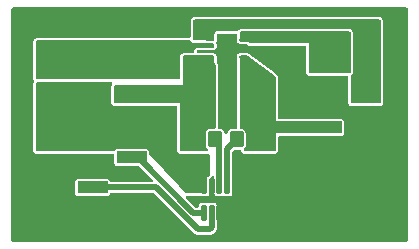
<source format=gbr>
%TF.GenerationSoftware,KiCad,Pcbnew,9.0.0-rc1-104-g6c47f32ccf*%
%TF.CreationDate,2025-01-02T15:16:23+01:00*%
%TF.ProjectId,breakoutpcbs,62726561-6b6f-4757-9470-6362732e6b69,rev?*%
%TF.SameCoordinates,PX6d3f490PY48ab840*%
%TF.FileFunction,Copper,L1,Top*%
%TF.FilePolarity,Positive*%
%FSLAX46Y46*%
G04 Gerber Fmt 4.6, Leading zero omitted, Abs format (unit mm)*
G04 Created by KiCad (PCBNEW 9.0.0-rc1-104-g6c47f32ccf) date 2025-01-02 15:16:23*
%MOMM*%
%LPD*%
G01*
G04 APERTURE LIST*
G04 Aperture macros list*
%AMRoundRect*
0 Rectangle with rounded corners*
0 $1 Rounding radius*
0 $2 $3 $4 $5 $6 $7 $8 $9 X,Y pos of 4 corners*
0 Add a 4 corners polygon primitive as box body*
4,1,4,$2,$3,$4,$5,$6,$7,$8,$9,$2,$3,0*
0 Add four circle primitives for the rounded corners*
1,1,$1+$1,$2,$3*
1,1,$1+$1,$4,$5*
1,1,$1+$1,$6,$7*
1,1,$1+$1,$8,$9*
0 Add four rect primitives between the rounded corners*
20,1,$1+$1,$2,$3,$4,$5,0*
20,1,$1+$1,$4,$5,$6,$7,0*
20,1,$1+$1,$6,$7,$8,$9,0*
20,1,$1+$1,$8,$9,$2,$3,0*%
G04 Aperture macros list end*
%TA.AperFunction,SMDPad,CuDef*%
%ADD10RoundRect,0.250000X0.350000X0.450000X-0.350000X0.450000X-0.350000X-0.450000X0.350000X-0.450000X0*%
%TD*%
%TA.AperFunction,SMDPad,CuDef*%
%ADD11RoundRect,0.249999X-0.450001X-1.425001X0.450001X-1.425001X0.450001X1.425001X-0.450001X1.425001X0*%
%TD*%
%TA.AperFunction,SMDPad,CuDef*%
%ADD12RoundRect,0.250000X-0.350000X-0.450000X0.350000X-0.450000X0.350000X0.450000X-0.350000X0.450000X0*%
%TD*%
%TA.AperFunction,SMDPad,CuDef*%
%ADD13R,2.510000X1.000000*%
%TD*%
%TA.AperFunction,SMDPad,CuDef*%
%ADD14R,0.700000X0.250000*%
%TD*%
%TA.AperFunction,SMDPad,CuDef*%
%ADD15R,1.660000X2.380000*%
%TD*%
%TA.AperFunction,SMDPad,CuDef*%
%ADD16RoundRect,0.250000X0.450000X-0.350000X0.450000X0.350000X-0.450000X0.350000X-0.450000X-0.350000X0*%
%TD*%
%TA.AperFunction,SMDPad,CuDef*%
%ADD17RoundRect,0.125000X-0.125000X0.537500X-0.125000X-0.537500X0.125000X-0.537500X0.125000X0.537500X0*%
%TD*%
%TA.AperFunction,Conductor*%
%ADD18C,0.250000*%
%TD*%
%TA.AperFunction,Conductor*%
%ADD19C,0.200000*%
%TD*%
%TA.AperFunction,Conductor*%
%ADD20C,0.500000*%
%TD*%
G04 APERTURE END LIST*
D10*
%TO.P,R4,1*%
%TO.N,Net-(IC1-SENSE+)*%
X21558000Y9144000D03*
%TO.P,R4,2*%
%TO.N,Net-(U1-IN+)*%
X19558000Y9144000D03*
%TD*%
D11*
%TO.P,R3,1*%
%TO.N,Net-(IC1-SENSE-)*%
X15746000Y12700000D03*
%TO.P,R3,2*%
%TO.N,Net-(IC1-SENSE+)*%
X21846000Y12700000D03*
%TD*%
D12*
%TO.P,R2,1*%
%TO.N,Net-(IC1-SENSE-)*%
X15756000Y9144000D03*
%TO.P,R2,2*%
%TO.N,Net-(U1-IN-)*%
X17756000Y9144000D03*
%TD*%
D13*
%TO.P,J1,1,Pin_1*%
%TO.N,/power_manager_bb/BALARM*%
X7366000Y15240000D03*
%TO.P,J1,2,Pin_2*%
%TO.N,Net-(IC1-SENSE-)*%
X10676000Y12700000D03*
%TO.P,J1,3,Pin_3*%
%TO.N,+3V3*%
X7366000Y10160000D03*
%TO.P,J1,4,Pin_4*%
%TO.N,Net-(J1-Pin_4)*%
X10676000Y7620000D03*
%TO.P,J1,5,Pin_5*%
%TO.N,Net-(J1-Pin_5)*%
X7366000Y5080000D03*
%TD*%
D14*
%TO.P,IC1,1,SENSE+*%
%TO.N,Net-(IC1-SENSE+)*%
X20111000Y16101000D03*
%TO.P,IC1,2,GND_1*%
%TO.N,GND*%
X20111000Y16601000D03*
%TO.P,IC1,3,GND_2*%
X20111000Y17101000D03*
%TO.P,IC1,4,SCL*%
%TO.N,Net-(IC1-SCL)*%
X20111000Y17601000D03*
%TO.P,IC1,5,SDA*%
%TO.N,Net-(IC1-SDA)*%
X17311000Y17601000D03*
%TO.P,IC1,6,~{ALCC}*%
%TO.N,/power_manager_bb/BALARM*%
X17311000Y17101000D03*
%TO.P,IC1,7,GND_3*%
%TO.N,GND*%
X17311000Y16601000D03*
%TO.P,IC1,8,SENSE-*%
%TO.N,Net-(IC1-SENSE-)*%
X17311000Y16101000D03*
D15*
%TO.P,IC1,9,EP*%
%TO.N,GND*%
X18711000Y16851000D03*
%TD*%
D16*
%TO.P,R1,1*%
%TO.N,+3V3*%
X3564000Y13240000D03*
%TO.P,R1,2*%
%TO.N,/power_manager_bb/BALARM*%
X3564000Y15240000D03*
%TD*%
D17*
%TO.P,U1,1,IN+*%
%TO.N,Net-(U1-IN+)*%
X18763000Y5201500D03*
%TO.P,U1,2,IN-*%
%TO.N,Net-(U1-IN-)*%
X18113000Y5201500D03*
%TO.P,U1,3,GND*%
%TO.N,GND*%
X17463000Y5201500D03*
%TO.P,U1,4,VS*%
%TO.N,+3V3*%
X16813000Y5201500D03*
%TO.P,U1,5,SCL*%
%TO.N,Net-(J1-Pin_4)*%
X16813000Y2926500D03*
%TO.P,U1,6,SDA*%
%TO.N,Net-(J1-Pin_5)*%
X17463000Y2926500D03*
%TO.P,U1,7,A0*%
%TO.N,GND*%
X18113000Y2926500D03*
%TO.P,U1,8,A1*%
X18763000Y2926500D03*
%TD*%
D13*
%TO.P,J2,1,Pin_1*%
%TO.N,Net-(IC1-SCL)*%
X27178000Y15240000D03*
%TO.P,J2,2,Pin_2*%
%TO.N,Net-(IC1-SDA)*%
X30488000Y12700000D03*
%TO.P,J2,3,Pin_3*%
%TO.N,Net-(IC1-SENSE+)*%
X27178000Y10160000D03*
%TO.P,J2,4,Pin_4*%
%TO.N,GND*%
X30488000Y7620000D03*
%TO.P,J2,5,Pin_5*%
X27178000Y5080000D03*
%TD*%
D18*
%TO.N,GND*%
X20111000Y17101000D02*
X18961000Y17101000D01*
X18461000Y16601000D02*
X18711000Y16851000D01*
X20111000Y16601000D02*
X18961000Y16601000D01*
X18961000Y16601000D02*
X18711000Y16851000D01*
X17311000Y16601000D02*
X18461000Y16601000D01*
X18961000Y17101000D02*
X18711000Y16851000D01*
X17311000Y16601000D02*
X16292000Y16601000D01*
D19*
%TO.N,Net-(IC1-SENSE-)*%
X17311000Y16101000D02*
X16109000Y16101000D01*
X16109000Y16101000D02*
X15754000Y15746000D01*
X15754000Y15746000D02*
X15754000Y12700000D01*
D20*
%TO.N,Net-(U1-IN-)*%
X18113000Y5201500D02*
X18113000Y8787000D01*
X18113000Y8787000D02*
X17756000Y9144000D01*
%TO.N,Net-(U1-IN+)*%
X18763000Y8349000D02*
X19558000Y9144000D01*
X18763000Y5201500D02*
X18763000Y8349000D01*
D18*
%TO.N,Net-(IC1-SCL)*%
X20111000Y17601000D02*
X26849000Y17601000D01*
X26924000Y15494000D02*
X27178000Y15240000D01*
X26849000Y17601000D02*
X26924000Y17526000D01*
X26924000Y17526000D02*
X26924000Y15494000D01*
D20*
%TO.N,Net-(J1-Pin_5)*%
X16264000Y1524000D02*
X12708000Y5080000D01*
X17463000Y1707000D02*
X17280000Y1524000D01*
X12708000Y5080000D02*
X7366000Y5080000D01*
X17463000Y2926500D02*
X17463000Y1707000D01*
X17280000Y1524000D02*
X16264000Y1524000D01*
%TO.N,Net-(J1-Pin_4)*%
X11184000Y7620000D02*
X15877500Y2926500D01*
X10676000Y7620000D02*
X11184000Y7620000D01*
X15877500Y2926500D02*
X16813000Y2926500D01*
D18*
%TO.N,/power_manager_bb/BALARM*%
X17311000Y17101000D02*
X8981000Y17101000D01*
X7374000Y15494000D02*
X6989000Y15494000D01*
X8981000Y17101000D02*
X7374000Y15494000D01*
%TD*%
%TA.AperFunction,Conductor*%
%TO.N,Net-(IC1-SDA)*%
G36*
X31701039Y19284315D02*
G01*
X31746794Y19231511D01*
X31758000Y19180000D01*
X31758000Y12316000D01*
X31738315Y12248961D01*
X31685511Y12203206D01*
X31634000Y12192000D01*
X29342000Y12192000D01*
X29274961Y12211685D01*
X29229206Y12264489D01*
X29218000Y12316000D01*
X29218000Y14480387D01*
X29237685Y14547426D01*
X29275503Y14582277D01*
X29274347Y14583960D01*
X29280076Y14587896D01*
X29280085Y14587900D01*
X29332889Y14633655D01*
X29350843Y14651246D01*
X29395490Y14731063D01*
X29415175Y14798102D01*
X29423500Y14856000D01*
X29423500Y18164000D01*
X29418803Y18207684D01*
X29413977Y18229867D01*
X29407602Y18259175D01*
X29407348Y18260211D01*
X29405110Y18269373D01*
X29362100Y18350085D01*
X29316345Y18402889D01*
X29316339Y18402896D01*
X29298757Y18420840D01*
X29298756Y18420841D01*
X29298754Y18420843D01*
X29298752Y18420844D01*
X29298750Y18420846D01*
X29218940Y18465489D01*
X29218935Y18465491D01*
X29151903Y18485174D01*
X29151899Y18485175D01*
X29151898Y18485175D01*
X29094000Y18493500D01*
X19944000Y18493500D01*
X19943992Y18493500D01*
X19900313Y18488803D01*
X19848825Y18477603D01*
X19838627Y18475110D01*
X19838624Y18475109D01*
X19757916Y18432101D01*
X19757913Y18432099D01*
X19705104Y18386340D01*
X19687160Y18368758D01*
X19687156Y18368753D01*
X19677485Y18351463D01*
X19627577Y18302566D01*
X19569266Y18288000D01*
X17788000Y18288000D01*
X17788000Y18286277D01*
X17768315Y18219238D01*
X17744387Y18194878D01*
X17745081Y18194184D01*
X17736445Y18185550D01*
X17692132Y18119231D01*
X17692131Y18119230D01*
X17680500Y18060753D01*
X17680500Y17650000D01*
X17660815Y17582961D01*
X17608011Y17537206D01*
X17556500Y17526000D01*
X16007000Y17526000D01*
X15939961Y17545685D01*
X15894206Y17598489D01*
X15883000Y17650000D01*
X15883000Y19180000D01*
X15902685Y19247039D01*
X15955489Y19292794D01*
X16007000Y19304000D01*
X31634000Y19304000D01*
X31701039Y19284315D01*
G37*
%TD.AperFunction*%
%TD*%
%TA.AperFunction,Conductor*%
%TO.N,Net-(IC1-SCL)*%
G36*
X29161039Y18268315D02*
G01*
X29206794Y18215511D01*
X29218000Y18164000D01*
X29218000Y14856000D01*
X29198315Y14788961D01*
X29145511Y14743206D01*
X29094000Y14732000D01*
X25786000Y14732000D01*
X25718961Y14751685D01*
X25673206Y14804489D01*
X25662000Y14856000D01*
X25662000Y17272000D01*
X20737682Y17272000D01*
X20670643Y17291685D01*
X20634580Y17327109D01*
X20605552Y17370553D01*
X20539230Y17414868D01*
X20539229Y17414869D01*
X20480752Y17426500D01*
X20480748Y17426500D01*
X20153853Y17426500D01*
X19944000Y17426500D01*
X19876961Y17446185D01*
X19831206Y17498989D01*
X19820000Y17550500D01*
X19820000Y18164000D01*
X19839685Y18231039D01*
X19892489Y18276794D01*
X19944000Y18288000D01*
X29094000Y18288000D01*
X29161039Y18268315D01*
G37*
%TD.AperFunction*%
%TD*%
%TA.AperFunction,Conductor*%
%TO.N,Net-(IC1-SENSE-)*%
G36*
X17623539Y16236315D02*
G01*
X17669294Y16183511D01*
X17680500Y16132000D01*
X17680500Y15641248D01*
X17692131Y15582771D01*
X17692132Y15582770D01*
X17736445Y15516451D01*
X17745082Y15507815D01*
X17743453Y15506187D01*
X17777696Y15465213D01*
X17788000Y15415723D01*
X17788000Y10168500D01*
X17768315Y10101461D01*
X17715511Y10055706D01*
X17664000Y10044500D01*
X17351730Y10044500D01*
X17321300Y10041647D01*
X17321298Y10041647D01*
X17193119Y9996794D01*
X17193117Y9996793D01*
X17083850Y9916150D01*
X17003207Y9806883D01*
X17003206Y9806881D01*
X16958353Y9678702D01*
X16958353Y9678700D01*
X16955500Y9648270D01*
X16955500Y8639731D01*
X16958353Y8609301D01*
X16958353Y8609299D01*
X17003206Y8481120D01*
X17003207Y8481118D01*
X17083850Y8371850D01*
X17111058Y8351770D01*
X17153308Y8296122D01*
X17158767Y8226466D01*
X17125699Y8164917D01*
X17064605Y8131016D01*
X17037424Y8128000D01*
X14864000Y8128000D01*
X14796961Y8147685D01*
X14751206Y8200489D01*
X14740000Y8252000D01*
X14740000Y12192000D01*
X9276000Y12192000D01*
X9208961Y12211685D01*
X9163206Y12264489D01*
X9152000Y12316000D01*
X9152000Y13592000D01*
X9171685Y13659039D01*
X9224489Y13704794D01*
X9276000Y13716000D01*
X14986000Y13716000D01*
X14986000Y16132000D01*
X15005685Y16199039D01*
X15058489Y16244794D01*
X15110000Y16256000D01*
X17556500Y16256000D01*
X17623539Y16236315D01*
G37*
%TD.AperFunction*%
%TD*%
%TA.AperFunction,Conductor*%
%TO.N,/power_manager_bb/BALARM*%
G36*
X15698426Y17506315D02*
G01*
X15733276Y17468497D01*
X15734960Y17469653D01*
X15738901Y17463914D01*
X15784660Y17411105D01*
X15802242Y17393161D01*
X15802246Y17393157D01*
X15802247Y17393156D01*
X15802249Y17393155D01*
X15882059Y17348512D01*
X15882063Y17348510D01*
X15949102Y17328825D01*
X16007000Y17320500D01*
X16795217Y17320500D01*
X16862256Y17300815D01*
X16864073Y17299625D01*
X16882769Y17287133D01*
X16882771Y17287133D01*
X16882772Y17287132D01*
X16882770Y17287132D01*
X16941247Y17275501D01*
X16941250Y17275500D01*
X16941252Y17275500D01*
X17556500Y17275500D01*
X17565185Y17272950D01*
X17574147Y17274238D01*
X17598187Y17263260D01*
X17623539Y17255815D01*
X17629466Y17248975D01*
X17637703Y17245213D01*
X17651992Y17222979D01*
X17669294Y17203011D01*
X17671581Y17192497D01*
X17675477Y17186435D01*
X17680500Y17151500D01*
X17680500Y17050500D01*
X17660815Y16983461D01*
X17608011Y16937706D01*
X17556500Y16926500D01*
X16249147Y16926500D01*
X16166362Y16904318D01*
X16166355Y16904315D01*
X16092144Y16861470D01*
X16092136Y16861464D01*
X16031536Y16800864D01*
X16031530Y16800856D01*
X15988685Y16726645D01*
X15988682Y16726638D01*
X15966500Y16643853D01*
X15966500Y16585500D01*
X15946815Y16518461D01*
X15894011Y16472706D01*
X15842500Y16461500D01*
X15109992Y16461500D01*
X15066313Y16456803D01*
X15014825Y16445603D01*
X15004627Y16443110D01*
X15004624Y16443109D01*
X14923916Y16400101D01*
X14923913Y16400099D01*
X14871104Y16354340D01*
X14853160Y16336758D01*
X14853154Y16336751D01*
X14808511Y16256941D01*
X14808509Y16256936D01*
X14788826Y16189904D01*
X14780500Y16131997D01*
X14780500Y14348000D01*
X14760815Y14280961D01*
X14708011Y14235206D01*
X14656500Y14224000D01*
X2672000Y14224000D01*
X2604961Y14243685D01*
X2559206Y14296489D01*
X2548000Y14348000D01*
X2548000Y17402000D01*
X2567685Y17469039D01*
X2620489Y17514794D01*
X2672000Y17526000D01*
X15631387Y17526000D01*
X15698426Y17506315D01*
G37*
%TD.AperFunction*%
%TD*%
%TA.AperFunction,Conductor*%
%TO.N,Net-(IC1-SENSE+)*%
G36*
X20506230Y16236315D02*
G01*
X20513412Y16231334D01*
X22810351Y14515097D01*
X22852273Y14459201D01*
X22860130Y14416023D01*
X22868000Y10668000D01*
X26808000Y10668000D01*
X26875039Y10648315D01*
X26920794Y10595511D01*
X26932000Y10544000D01*
X26932000Y9776000D01*
X26912315Y9708961D01*
X26859511Y9663206D01*
X26808000Y9652000D01*
X22868000Y9652000D01*
X22868000Y8252000D01*
X22848315Y8184961D01*
X22795511Y8139206D01*
X22744000Y8128000D01*
X20276576Y8128000D01*
X20209537Y8147685D01*
X20163782Y8200489D01*
X20153838Y8269647D01*
X20182863Y8333203D01*
X20202942Y8351770D01*
X20230150Y8371850D01*
X20310793Y8481118D01*
X20333219Y8545210D01*
X20355646Y8609299D01*
X20355646Y8609301D01*
X20358500Y8639731D01*
X20358500Y9648270D01*
X20355646Y9678700D01*
X20355646Y9678702D01*
X20310793Y9806881D01*
X20310792Y9806883D01*
X20230150Y9916150D01*
X20120882Y9996793D01*
X20120880Y9996794D01*
X19992700Y10041647D01*
X19962270Y10044500D01*
X19962266Y10044500D01*
X19944000Y10044500D01*
X19876961Y10064185D01*
X19831206Y10116989D01*
X19820000Y10168500D01*
X19820000Y16132000D01*
X19839685Y16199039D01*
X19892489Y16244794D01*
X19944000Y16256000D01*
X20439191Y16256000D01*
X20506230Y16236315D01*
G37*
%TD.AperFunction*%
%TD*%
%TA.AperFunction,Conductor*%
%TO.N,GND*%
G36*
X33986539Y20307815D02*
G01*
X34032294Y20255011D01*
X34043500Y20203500D01*
X34043500Y624500D01*
X34023815Y557461D01*
X33971011Y511706D01*
X33919500Y500500D01*
X624500Y500500D01*
X557461Y520185D01*
X511706Y572989D01*
X500500Y624500D01*
X500500Y17401997D01*
X2342500Y17401997D01*
X2342500Y14347993D01*
X2347197Y14304314D01*
X2358397Y14252826D01*
X2360890Y14242628D01*
X2360892Y14242621D01*
X2394649Y14179274D01*
X2408804Y14110853D01*
X2393438Y14060427D01*
X2372614Y14023197D01*
X2370511Y14019438D01*
X2370509Y14019436D01*
X2350826Y13952404D01*
X2350825Y13952399D01*
X2350825Y13952398D01*
X2346383Y13921500D01*
X2342500Y13894497D01*
X2342500Y8251993D01*
X2347197Y8208314D01*
X2358397Y8156826D01*
X2360890Y8146628D01*
X2360891Y8146625D01*
X2403899Y8065917D01*
X2403901Y8065914D01*
X2449660Y8013105D01*
X2467242Y7995161D01*
X2467246Y7995157D01*
X2467247Y7995156D01*
X2467249Y7995155D01*
X2547059Y7950512D01*
X2547063Y7950510D01*
X2614102Y7930825D01*
X2672000Y7922500D01*
X2672004Y7922500D01*
X9096500Y7922500D01*
X9163539Y7902815D01*
X9209294Y7850011D01*
X9220500Y7798500D01*
X9220500Y7100248D01*
X9232131Y7041771D01*
X9232132Y7041770D01*
X9276447Y6975448D01*
X9342769Y6931133D01*
X9342770Y6931132D01*
X9401247Y6919501D01*
X9401250Y6919500D01*
X9401252Y6919500D01*
X11196035Y6919500D01*
X11263074Y6899815D01*
X11283716Y6883181D01*
X12424716Y5742181D01*
X12458201Y5680858D01*
X12453217Y5611166D01*
X12411345Y5555233D01*
X12345881Y5530816D01*
X12337035Y5530500D01*
X8937039Y5530500D01*
X8870000Y5550185D01*
X8824245Y5602989D01*
X8815422Y5630308D01*
X8809867Y5658230D01*
X8809867Y5658231D01*
X8765552Y5724553D01*
X8699230Y5768868D01*
X8699229Y5768869D01*
X8640752Y5780500D01*
X8640748Y5780500D01*
X6091252Y5780500D01*
X6091247Y5780500D01*
X6032770Y5768869D01*
X6032769Y5768868D01*
X5966447Y5724553D01*
X5922132Y5658231D01*
X5922131Y5658230D01*
X5910500Y5599753D01*
X5910500Y4560248D01*
X5922131Y4501771D01*
X5922132Y4501770D01*
X5966447Y4435448D01*
X6032769Y4391133D01*
X6032770Y4391132D01*
X6091247Y4379501D01*
X6091250Y4379500D01*
X6091252Y4379500D01*
X8640750Y4379500D01*
X8640751Y4379501D01*
X8664216Y4384168D01*
X8699229Y4391132D01*
X8699229Y4391133D01*
X8699231Y4391133D01*
X8765552Y4435448D01*
X8809867Y4501769D01*
X8811765Y4511314D01*
X8815422Y4529692D01*
X8847807Y4591603D01*
X8908523Y4626177D01*
X8937039Y4629500D01*
X12470035Y4629500D01*
X12537074Y4609815D01*
X12557716Y4593181D01*
X15987386Y1163511D01*
X15987387Y1163510D01*
X15987389Y1163509D01*
X16046693Y1129271D01*
X16046696Y1129268D01*
X16080937Y1109500D01*
X16090114Y1104201D01*
X16204691Y1073500D01*
X16204694Y1073500D01*
X17339308Y1073500D01*
X17339309Y1073500D01*
X17429673Y1097714D01*
X17453887Y1104201D01*
X17556614Y1163511D01*
X17823489Y1430386D01*
X17882799Y1533113D01*
X17896249Y1583310D01*
X17913500Y1647691D01*
X17913500Y2985809D01*
X17913500Y2995798D01*
X17913499Y2995812D01*
X17913499Y3502133D01*
X17913499Y3502138D01*
X17907259Y3549545D01*
X17858747Y3653579D01*
X17777579Y3734747D01*
X17673545Y3783259D01*
X17673543Y3783260D01*
X17673544Y3783260D01*
X17626140Y3789500D01*
X17299867Y3789500D01*
X17252453Y3783259D01*
X17190403Y3754324D01*
X17121325Y3743833D01*
X17085595Y3754325D01*
X17023544Y3783260D01*
X16976140Y3789500D01*
X16649867Y3789500D01*
X16634839Y3787522D01*
X16602455Y3783259D01*
X16602453Y3783258D01*
X16602451Y3783258D01*
X16498420Y3734747D01*
X16417253Y3653580D01*
X16368740Y3549544D01*
X16362500Y3502140D01*
X16362500Y3501000D01*
X16362403Y3500671D01*
X16362234Y3498088D01*
X16361656Y3498126D01*
X16359949Y3492315D01*
X16361238Y3483353D01*
X16350259Y3459313D01*
X16342815Y3433961D01*
X16335974Y3428034D01*
X16332213Y3419797D01*
X16309978Y3405508D01*
X16290011Y3388206D01*
X16279496Y3385919D01*
X16273435Y3382023D01*
X16238500Y3377000D01*
X16115465Y3377000D01*
X16048426Y3396685D01*
X16027784Y3413319D01*
X15286284Y4154819D01*
X15252799Y4216142D01*
X15257783Y4285834D01*
X15299655Y4341767D01*
X15365119Y4366184D01*
X15373965Y4366500D01*
X16528303Y4366500D01*
X16580707Y4354882D01*
X16602451Y4344743D01*
X16602455Y4344741D01*
X16649861Y4338500D01*
X16976138Y4338501D01*
X17023545Y4344741D01*
X17127579Y4393253D01*
X17208747Y4474421D01*
X17257259Y4578455D01*
X17263500Y4625861D01*
X17263499Y5763569D01*
X17283184Y5830607D01*
X17299409Y5850839D01*
X17308732Y5860251D01*
X17343596Y5882950D01*
X17395505Y5928292D01*
X17412843Y5945347D01*
X17438526Y5991262D01*
X17450410Y6003257D01*
X17466807Y6012311D01*
X17480185Y6025418D01*
X17496758Y6028848D01*
X17511576Y6037028D01*
X17530263Y6035780D01*
X17548606Y6039574D01*
X17564403Y6033498D01*
X17581291Y6032369D01*
X17596336Y6021215D01*
X17613818Y6014491D01*
X17623822Y6000839D01*
X17637419Y5990759D01*
X17644045Y5973242D01*
X17655117Y5958134D01*
X17659735Y5931770D01*
X17662141Y5925410D01*
X17661432Y5922079D01*
X17662500Y5915986D01*
X17662500Y4625868D01*
X17662501Y4625862D01*
X17668741Y4578455D01*
X17668742Y4578453D01*
X17668742Y4578452D01*
X17704499Y4501771D01*
X17717253Y4474421D01*
X17798421Y4393253D01*
X17902455Y4344741D01*
X17949861Y4338500D01*
X18276138Y4338501D01*
X18323545Y4344741D01*
X18385597Y4373677D01*
X18454672Y4384168D01*
X18490401Y4373677D01*
X18552455Y4344741D01*
X18599861Y4338500D01*
X18926138Y4338501D01*
X18973545Y4344741D01*
X19077579Y4393253D01*
X19158747Y4474421D01*
X19207259Y4578455D01*
X19213500Y4625861D01*
X19213500Y5142191D01*
X19213500Y8111035D01*
X19222144Y8140476D01*
X19228668Y8170462D01*
X19232422Y8175478D01*
X19233185Y8178074D01*
X19249819Y8198716D01*
X19258284Y8207181D01*
X19319607Y8240666D01*
X19345965Y8243500D01*
X19844453Y8243500D01*
X19911492Y8223815D01*
X19957247Y8171011D01*
X19962914Y8153689D01*
X19965466Y8146627D01*
X20008475Y8065917D01*
X20008477Y8065914D01*
X20054236Y8013105D01*
X20071818Y7995161D01*
X20071822Y7995157D01*
X20071823Y7995156D01*
X20071825Y7995155D01*
X20151635Y7950512D01*
X20151639Y7950510D01*
X20218678Y7930825D01*
X20276576Y7922500D01*
X20276580Y7922500D01*
X22743991Y7922500D01*
X22744000Y7922500D01*
X22787684Y7927197D01*
X22816875Y7933548D01*
X22839174Y7938398D01*
X22839190Y7938402D01*
X22839195Y7938403D01*
X22849373Y7940890D01*
X22930085Y7983900D01*
X22982889Y8029655D01*
X23000843Y8047246D01*
X23045490Y8127063D01*
X23065175Y8194102D01*
X23073500Y8252000D01*
X23073500Y9322500D01*
X23093185Y9389539D01*
X23145989Y9435294D01*
X23197500Y9446500D01*
X26807991Y9446500D01*
X26808000Y9446500D01*
X26851684Y9451197D01*
X26876824Y9456666D01*
X26903183Y9459500D01*
X28452750Y9459500D01*
X28452751Y9459501D01*
X28467568Y9462448D01*
X28511229Y9471132D01*
X28511229Y9471133D01*
X28511231Y9471133D01*
X28577552Y9515448D01*
X28621867Y9581769D01*
X28621867Y9581771D01*
X28621868Y9581771D01*
X28630552Y9625432D01*
X28633500Y9640252D01*
X28633500Y10679748D01*
X28633500Y10679751D01*
X28633499Y10679753D01*
X28621868Y10738230D01*
X28621867Y10738231D01*
X28577552Y10804553D01*
X28511230Y10848868D01*
X28511229Y10848869D01*
X28452752Y10860500D01*
X28452748Y10860500D01*
X26899650Y10860500D01*
X26870341Y10864714D01*
X26870237Y10864232D01*
X26865915Y10865172D01*
X26865901Y10865174D01*
X26865898Y10865175D01*
X26808000Y10873500D01*
X26807996Y10873500D01*
X23196809Y10873500D01*
X23129770Y10893185D01*
X23084015Y10945989D01*
X23072809Y10997240D01*
X23070722Y11991198D01*
X23065630Y14416455D01*
X23062310Y14452813D01*
X23054453Y14495991D01*
X23053890Y14498960D01*
X23041621Y14526500D01*
X23016674Y14582500D01*
X22974751Y14638398D01*
X22933356Y14679717D01*
X22933355Y14679718D01*
X22838456Y14750625D01*
X20636415Y16395956D01*
X20630525Y16400197D01*
X20623343Y16405178D01*
X20623341Y16405179D01*
X20623329Y16405186D01*
X20564138Y16433487D01*
X20564124Y16433491D01*
X20556114Y16435844D01*
X20497094Y16453174D01*
X20497090Y16453175D01*
X20497089Y16453175D01*
X20439191Y16461500D01*
X19944000Y16461500D01*
X19943992Y16461500D01*
X19900313Y16456803D01*
X19848825Y16445603D01*
X19838625Y16443110D01*
X19834797Y16441069D01*
X19776480Y16426500D01*
X19741247Y16426500D01*
X19682770Y16414869D01*
X19682769Y16414868D01*
X19616447Y16370553D01*
X19572132Y16304231D01*
X19572131Y16304230D01*
X19560500Y16245753D01*
X19560500Y15956248D01*
X19572131Y15897772D01*
X19572132Y15897770D01*
X19572133Y15897769D01*
X19593601Y15865640D01*
X19614480Y15798965D01*
X19614500Y15796749D01*
X19614500Y10168500D01*
X19594815Y10101461D01*
X19542011Y10055706D01*
X19490500Y10044500D01*
X19153730Y10044500D01*
X19123300Y10041647D01*
X19123298Y10041647D01*
X18995119Y9996794D01*
X18995117Y9996793D01*
X18885850Y9916150D01*
X18805207Y9806883D01*
X18805206Y9806881D01*
X18774041Y9717816D01*
X18733319Y9661040D01*
X18668366Y9635293D01*
X18599805Y9648750D01*
X18549402Y9697137D01*
X18539959Y9717816D01*
X18508793Y9806881D01*
X18508792Y9806883D01*
X18428150Y9916150D01*
X18318882Y9996793D01*
X18318880Y9996794D01*
X18190700Y10041647D01*
X18160270Y10044500D01*
X18160266Y10044500D01*
X18117500Y10044500D01*
X18050461Y10064185D01*
X18004706Y10116989D01*
X17993500Y10168500D01*
X17993500Y15415724D01*
X17992883Y15421707D01*
X17989186Y15457611D01*
X17978882Y15507101D01*
X17976942Y15515527D01*
X17935380Y15596993D01*
X17935378Y15596995D01*
X17935378Y15596996D01*
X17935377Y15596997D01*
X17914851Y15621559D01*
X17886966Y15685623D01*
X17886000Y15701074D01*
X17886000Y16131992D01*
X17885999Y16132008D01*
X17881303Y16175684D01*
X17870097Y16227195D01*
X17867610Y16237373D01*
X17867606Y16237380D01*
X17864842Y16244624D01*
X17865441Y16244853D01*
X17856944Y16268647D01*
X17849867Y16304231D01*
X17835162Y16326238D01*
X17805552Y16370553D01*
X17739230Y16414868D01*
X17720438Y16418606D01*
X17713326Y16422327D01*
X17684102Y16432000D01*
X17681442Y16433488D01*
X17681434Y16433491D01*
X17614405Y16453174D01*
X17613756Y16453268D01*
X17556500Y16461500D01*
X17556496Y16461500D01*
X16296000Y16461500D01*
X16287314Y16464051D01*
X16278353Y16462762D01*
X16254312Y16473741D01*
X16228961Y16481185D01*
X16223033Y16488026D01*
X16214797Y16491787D01*
X16200507Y16514022D01*
X16183206Y16533989D01*
X16180918Y16544504D01*
X16177023Y16550565D01*
X16172000Y16585500D01*
X16172000Y16597000D01*
X16191685Y16664039D01*
X16244489Y16709794D01*
X16296000Y16721000D01*
X17556491Y16721000D01*
X17556500Y16721000D01*
X17600184Y16725697D01*
X17629375Y16732048D01*
X17651674Y16736898D01*
X17651690Y16736902D01*
X17651695Y16736903D01*
X17661873Y16739390D01*
X17742585Y16782400D01*
X17771888Y16807794D01*
X17784196Y16817180D01*
X17805552Y16831448D01*
X17849867Y16897769D01*
X17850618Y16901548D01*
X17857927Y16925415D01*
X17857982Y16925551D01*
X17857990Y16925563D01*
X17877675Y16992602D01*
X17886000Y17050500D01*
X17886000Y17151500D01*
X17883908Y17180746D01*
X17878885Y17215681D01*
X17877084Y17220510D01*
X17876142Y17223124D01*
X17871659Y17236019D01*
X17872385Y17236176D01*
X17870098Y17246690D01*
X17867610Y17256871D01*
X17858410Y17274135D01*
X17855249Y17283231D01*
X17855025Y17287802D01*
X17850757Y17299755D01*
X17847484Y17316211D01*
X17848761Y17316466D01*
X17842681Y17373013D01*
X17849694Y17396900D01*
X17850708Y17401997D01*
X17861500Y17456252D01*
X17861500Y17519187D01*
X17866523Y17554124D01*
X17877675Y17592102D01*
X17886000Y17650000D01*
X17886000Y17958500D01*
X17905685Y18025539D01*
X17958489Y18071294D01*
X18010000Y18082500D01*
X19490500Y18082500D01*
X19499185Y18079950D01*
X19508147Y18081238D01*
X19532187Y18070260D01*
X19557539Y18062815D01*
X19563466Y18055975D01*
X19571703Y18052213D01*
X19585992Y18029979D01*
X19603294Y18010011D01*
X19605581Y17999497D01*
X19609477Y17993435D01*
X19614500Y17958500D01*
X19614500Y17905253D01*
X19594815Y17838214D01*
X19593603Y17836363D01*
X19572132Y17804230D01*
X19572131Y17804227D01*
X19560500Y17745753D01*
X19560500Y17456248D01*
X19572131Y17397771D01*
X19572132Y17397770D01*
X19616447Y17331448D01*
X19682769Y17287133D01*
X19682770Y17287132D01*
X19740852Y17275580D01*
X19741252Y17275500D01*
X19741257Y17275500D01*
X19747312Y17274903D01*
X19747170Y17273470D01*
X19799914Y17259722D01*
X19819063Y17249010D01*
X19886102Y17229325D01*
X19944000Y17221000D01*
X20398907Y17221000D01*
X20465946Y17201315D01*
X20488178Y17182608D01*
X20488305Y17182736D01*
X20489973Y17181097D01*
X20490229Y17180882D01*
X20490566Y17180515D01*
X20490568Y17180513D01*
X20490574Y17180506D01*
X20520103Y17151500D01*
X20526644Y17145075D01*
X20532927Y17139158D01*
X20532931Y17139155D01*
X20556621Y17125904D01*
X20612745Y17094510D01*
X20679784Y17074825D01*
X20737682Y17066500D01*
X25332500Y17066500D01*
X25399539Y17046815D01*
X25445294Y16994011D01*
X25456500Y16942500D01*
X25456500Y14855993D01*
X25461197Y14812314D01*
X25472397Y14760826D01*
X25474890Y14750628D01*
X25474891Y14750625D01*
X25517899Y14669917D01*
X25517901Y14669914D01*
X25563660Y14617105D01*
X25581242Y14599161D01*
X25581246Y14599157D01*
X25581247Y14599156D01*
X25581249Y14599155D01*
X25611024Y14582500D01*
X25661063Y14554510D01*
X25728102Y14534825D01*
X25786000Y14526500D01*
X28888500Y14526500D01*
X28955539Y14506815D01*
X29001294Y14454011D01*
X29012500Y14402500D01*
X29012500Y12315993D01*
X29017197Y12272314D01*
X29028395Y12220835D01*
X29028955Y12218547D01*
X29032500Y12189107D01*
X29032500Y12180248D01*
X29044131Y12121771D01*
X29044132Y12121770D01*
X29088447Y12055448D01*
X29154769Y12011133D01*
X29154770Y12011132D01*
X29213247Y11999501D01*
X29213250Y11999500D01*
X29213252Y11999500D01*
X29250350Y11999500D01*
X29279658Y11995287D01*
X29279763Y11995768D01*
X29284084Y11994829D01*
X29284092Y11994828D01*
X29284102Y11994825D01*
X29342000Y11986500D01*
X29342004Y11986500D01*
X31633991Y11986500D01*
X31634000Y11986500D01*
X31677684Y11991197D01*
X31702824Y11996666D01*
X31729183Y11999500D01*
X31762750Y11999500D01*
X31762751Y11999501D01*
X31777568Y12002448D01*
X31821229Y12011132D01*
X31821229Y12011133D01*
X31821231Y12011133D01*
X31887552Y12055448D01*
X31931867Y12121769D01*
X31931867Y12121771D01*
X31931868Y12121771D01*
X31943499Y12180248D01*
X31943500Y12180250D01*
X31943500Y12200512D01*
X31948524Y12235449D01*
X31955172Y12258091D01*
X31955172Y12258093D01*
X31955175Y12258102D01*
X31963500Y12316000D01*
X31963500Y19180000D01*
X31958803Y19223684D01*
X31954897Y19241636D01*
X31947602Y19275175D01*
X31947348Y19276211D01*
X31945110Y19285373D01*
X31902100Y19366085D01*
X31856345Y19418889D01*
X31856339Y19418896D01*
X31838757Y19436840D01*
X31838756Y19436841D01*
X31838754Y19436843D01*
X31838752Y19436844D01*
X31838750Y19436846D01*
X31758940Y19481489D01*
X31758935Y19481491D01*
X31691903Y19501174D01*
X31691899Y19501175D01*
X31691898Y19501175D01*
X31634000Y19509500D01*
X16007000Y19509500D01*
X16006992Y19509500D01*
X15963313Y19504803D01*
X15911825Y19493603D01*
X15901627Y19491110D01*
X15901624Y19491109D01*
X15820916Y19448101D01*
X15820913Y19448099D01*
X15768104Y19402340D01*
X15750160Y19384758D01*
X15750154Y19384751D01*
X15705511Y19304941D01*
X15705509Y19304936D01*
X15685826Y19237904D01*
X15685825Y19237899D01*
X15685825Y19237898D01*
X15677502Y19180008D01*
X15677500Y19179997D01*
X15677500Y17855500D01*
X15657815Y17788461D01*
X15605011Y17742706D01*
X15553500Y17731500D01*
X2671992Y17731500D01*
X2628313Y17726803D01*
X2576825Y17715603D01*
X2566627Y17713110D01*
X2566624Y17713109D01*
X2485916Y17670101D01*
X2485913Y17670099D01*
X2433104Y17624340D01*
X2415160Y17606758D01*
X2415154Y17606751D01*
X2370511Y17526941D01*
X2370509Y17526936D01*
X2350826Y17459904D01*
X2350825Y17459899D01*
X2350825Y17459898D01*
X2350301Y17456250D01*
X2342500Y17401997D01*
X500500Y17401997D01*
X500500Y20203500D01*
X520185Y20270539D01*
X572989Y20316294D01*
X624500Y20327500D01*
X33919500Y20327500D01*
X33986539Y20307815D01*
G37*
%TD.AperFunction*%
%TD*%
%TA.AperFunction,Conductor*%
%TO.N,+3V3*%
G36*
X9008778Y13998815D02*
G01*
X9054533Y13946011D01*
X9064477Y13876853D01*
X9035452Y13813297D01*
X9028521Y13805929D01*
X9019160Y13796758D01*
X9019154Y13796751D01*
X8974511Y13716941D01*
X8974509Y13716936D01*
X8954826Y13649904D01*
X8946500Y13591997D01*
X8946500Y12315993D01*
X8951197Y12272314D01*
X8962397Y12220826D01*
X8964890Y12210628D01*
X8964891Y12210625D01*
X9007899Y12129917D01*
X9007901Y12129914D01*
X9053660Y12077105D01*
X9071242Y12059161D01*
X9071246Y12059157D01*
X9071247Y12059156D01*
X9071249Y12059155D01*
X9151059Y12014512D01*
X9151063Y12014510D01*
X9218102Y11994825D01*
X9276000Y11986500D01*
X14410500Y11986500D01*
X14477539Y11966815D01*
X14523294Y11914011D01*
X14534500Y11862500D01*
X14534500Y8252000D01*
X14539197Y8208314D01*
X14550397Y8156826D01*
X14551567Y8152041D01*
X14552631Y8147685D01*
X14552890Y8146628D01*
X14552891Y8146625D01*
X14595899Y8065917D01*
X14595901Y8065914D01*
X14641660Y8013105D01*
X14659242Y7995161D01*
X14659246Y7995157D01*
X14659247Y7995156D01*
X14659249Y7995155D01*
X14676996Y7985228D01*
X14739063Y7950510D01*
X14806102Y7930825D01*
X14864000Y7922500D01*
X14864004Y7922500D01*
X17037413Y7922500D01*
X17037424Y7922500D01*
X17060087Y7923754D01*
X17087268Y7926770D01*
X17118344Y7936676D01*
X17188194Y7938279D01*
X17247824Y7901864D01*
X17278300Y7838991D01*
X17280000Y7818531D01*
X17280000Y6150101D01*
X17260315Y6083062D01*
X17208406Y6037720D01*
X17148422Y6009749D01*
X17067253Y5928580D01*
X17018740Y5824544D01*
X17012942Y5780500D01*
X17012500Y5777139D01*
X17012500Y5206590D01*
X17012501Y4696000D01*
X16992816Y4628961D01*
X16940013Y4583206D01*
X16888501Y4572000D01*
X15294072Y4572000D01*
X15227033Y4591685D01*
X15203206Y4611624D01*
X15187107Y4628961D01*
X14650738Y5206590D01*
X12164634Y7883934D01*
X12133441Y7946455D01*
X12131500Y7968310D01*
X12131500Y8139751D01*
X12131499Y8139753D01*
X12119868Y8198230D01*
X12119867Y8198231D01*
X12075552Y8264553D01*
X12009230Y8308868D01*
X12009229Y8308869D01*
X11950752Y8320500D01*
X11950748Y8320500D01*
X9401252Y8320500D01*
X9401247Y8320500D01*
X9342770Y8308869D01*
X9342769Y8308868D01*
X9276447Y8264553D01*
X9225348Y8188077D01*
X9222831Y8189759D01*
X9190905Y8150142D01*
X9124610Y8128079D01*
X9120188Y8128000D01*
X2672000Y8128000D01*
X2604961Y8147685D01*
X2559206Y8200489D01*
X2548000Y8252000D01*
X2548000Y13894500D01*
X2567685Y13961539D01*
X2620489Y14007294D01*
X2672000Y14018500D01*
X8941739Y14018500D01*
X9008778Y13998815D01*
G37*
%TD.AperFunction*%
%TD*%
M02*

</source>
